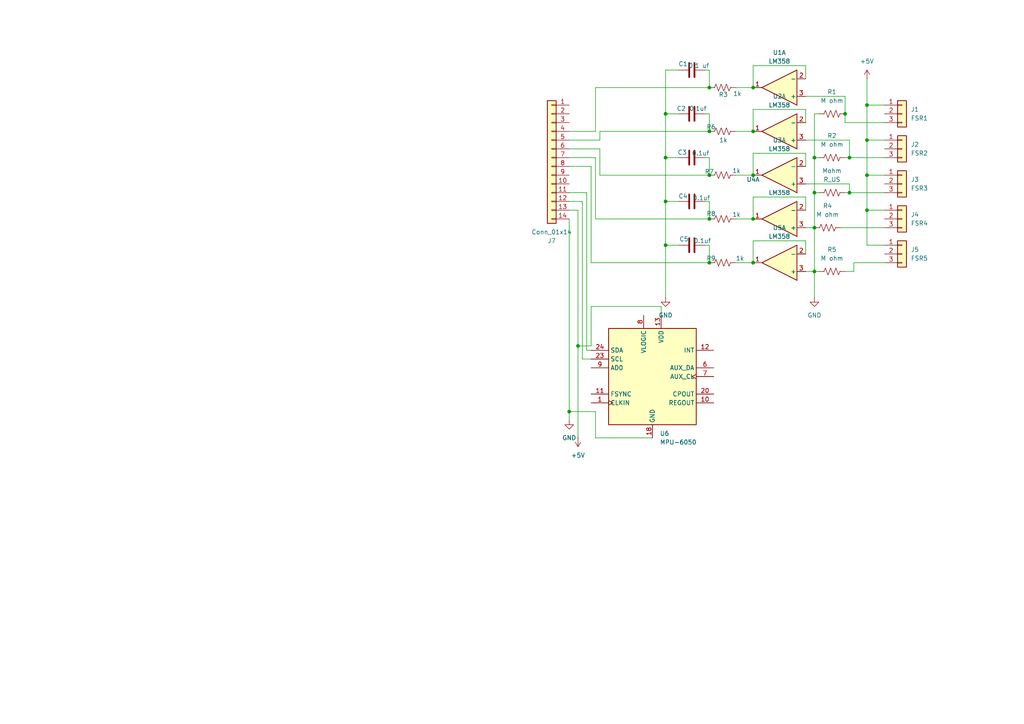
<source format=kicad_sch>
(kicad_sch (version 20250114) (generator "eeschema") (generator_version "9.0")
  (paper "A4")
  (lib_symbols
    (symbol "Amplifier_Operational:LM358" (pin_names (offset 0.127))
      (property "Reference" "U" (at 0 5.08 0))
      (property "Value" "LM358" (at 0 -5.08 0))
      (symbol "LM358_1_1"
        (polyline (pts (xy -5.08 5.08) (xy 5.08 0) (xy -5.08 -5.08) (xy -5.08 5.08)) (stroke (width 0.254)) (fill (type background)))
        (pin input line (at -7.62 2.54 0) (length 2.54) (name "+") (number "3"))
        (pin input line (at -7.62 -2.54 0) (length 2.54) (name "-") (number "2"))
        (pin output line (at 7.62 0 180) (length 2.54) (name "~") (number "1"))
      )
      (symbol "LM358_2_1"
        (polyline (pts (xy -5.08 5.08) (xy 5.08 0) (xy -5.08 -5.08) (xy -5.08 5.08)) (stroke (width 0.254)) (fill (type background)))
        (pin input line (at -7.62 2.54 0) (length 2.54) (name "+") (number "5"))
        (pin input line (at -7.62 -2.54 0) (length 2.54) (name "-") (number "6"))
        (pin output line (at 7.62 0 180) (length 2.54) (name "~") (number "7"))
      )
      (symbol "LM358_3_1"
        (pin power_in line (at -2.54 7.62 270) (length 3.81) (name "V+") (number "8"))
        (pin power_in line (at -2.54 -7.62 90) (length 3.81) (name "V-") (number "4"))
      )
    )
    (symbol "Connector_Generic:Conn_01x03" (pin_names (offset 1.016) (hide yes))
      (property "Reference" "J" (at 0 5.08 0))
      (property "Value" "Conn_01x03" (at 0 -5.08 0))
      (symbol "Conn_01x03_1_1"
        (rectangle (start -1.27 3.81) (end 1.27 -3.81) (stroke (width 0.254)) (fill (type background)))
        (rectangle (start -1.27 2.667) (end 0 2.413) (stroke (width 0.1524)))
        (rectangle (start -1.27 0.127) (end 0 -0.127) (stroke (width 0.1524)))
        (rectangle (start -1.27 -2.413) (end 0 -2.667) (stroke (width 0.1524)))
        (pin passive line (at -5.08 2.54 0) (length 3.81) (name "Pin_1") (number "1"))
        (pin passive line (at -5.08 0 0) (length 3.81) (name "Pin_2") (number "2"))
        (pin passive line (at -5.08 -2.54 0) (length 3.81) (name "Pin_3") (number "3"))
      )
    )
    (symbol "Connector_Generic:Conn_01x14" (pin_names (offset 1.016) (hide yes))
      (property "Reference" "J" (at 0 17.78 0))
      (property "Value" "Conn_01x14" (at 0 -20.32 0))
      (symbol "Conn_01x14_1_1"
        (rectangle (start -1.27 16.51) (end 1.27 -19.05) (stroke (width 0.254)) (fill (type background)))
        (rectangle (start -1.27 15.367) (end 0 15.113) (stroke (width 0.1524)))
        (rectangle (start -1.27 12.827) (end 0 12.573) (stroke (width 0.1524)))
        (rectangle (start -1.27 10.287) (end 0 10.033) (stroke (width 0.1524)))
        (rectangle (start -1.27 7.747) (end 0 7.493) (stroke (width 0.1524)))
        (rectangle (start -1.27 5.207) (end 0 4.953) (stroke (width 0.1524)))
        (rectangle (start -1.27 2.667) (end 0 2.413) (stroke (width 0.1524)))
        (rectangle (start -1.27 0.127) (end 0 -0.127) (stroke (width 0.1524)))
        (rectangle (start -1.27 -2.413) (end 0 -2.667) (stroke (width 0.1524)))
        (rectangle (start -1.27 -4.953) (end 0 -5.207) (stroke (width 0.1524)))
        (rectangle (start -1.27 -7.493) (end 0 -7.747) (stroke (width 0.1524)))
        (rectangle (start -1.27 -10.033) (end 0 -10.287) (stroke (width 0.1524)))
        (rectangle (start -1.27 -12.573) (end 0 -12.827) (stroke (width 0.1524)))
        (rectangle (start -1.27 -15.113) (end 0 -15.367) (stroke (width 0.1524)))
        (rectangle (start -1.27 -17.653) (end 0 -17.907) (stroke (width 0.1524)))
        (pin passive line (at -5.08 15.24 0) (length 3.81) (name "Pin_1") (number "1"))
        (pin passive line (at -5.08 12.7 0) (length 3.81) (name "Pin_2") (number "2"))
        (pin passive line (at -5.08 10.16 0) (length 3.81) (name "Pin_3") (number "3"))
        (pin passive line (at -5.08 7.62 0) (length 3.81) (name "Pin_4") (number "4"))
        (pin passive line (at -5.08 5.08 0) (length 3.81) (name "Pin_5") (number "5"))
        (pin passive line (at -5.08 2.54 0) (length 3.81) (name "Pin_6") (number "6"))
        (pin passive line (at -5.08 0 0) (length 3.81) (name "Pin_7") (number "7"))
        (pin passive line (at -5.08 -2.54 0) (length 3.81) (name "Pin_8") (number "8"))
        (pin passive line (at -5.08 -5.08 0) (length 3.81) (name "Pin_9") (number "9"))
        (pin passive line (at -5.08 -7.62 0) (length 3.81) (name "Pin_10") (number "10"))
        (pin passive line (at -5.08 -10.16 0) (length 3.81) (name "Pin_11") (number "11"))
        (pin passive line (at -5.08 -12.7 0) (length 3.81) (name "Pin_12") (number "12"))
        (pin passive line (at -5.08 -15.24 0) (length 3.81) (name "Pin_13") (number "13"))
        (pin passive line (at -5.08 -17.78 0) (length 3.81) (name "Pin_14") (number "14"))
      )
    )
    (symbol "Device:C" (pin_numbers (hide yes)) (pin_names (offset 0.254))
      (property "Reference" "C" (at 0.635 2.54 0))
      (property "Value" "C" (at 0.635 -2.54 0))
      (symbol "C_0_1"
        (polyline (pts (xy -2.032 0.762) (xy 2.032 0.762)) (stroke (width 0.508)))
        (polyline (pts (xy -2.032 -0.762) (xy 2.032 -0.762)) (stroke (width 0.508)))
      )
      (symbol "C_1_1"
        (pin passive line (at 0 3.81 270) (length 2.794) (name "~") (number "1"))
        (pin passive line (at 0 -3.81 90) (length 2.794) (name "~") (number "2"))
      )
    )
    (symbol "Device:R_US" (pin_numbers (hide yes)) (pin_names (offset 0))
      (property "Reference" "R" (at 2.54 0 90))
      (property "Value" "R_US" (at -2.54 0 90))
      (symbol "R_US_0_1"
        (polyline (pts (xy 0 2.286) (xy 0 2.54)))
        (polyline (pts (xy 0 2.286) (xy 1.016 1.905) (xy 0 1.524) (xy -1.016 1.143) (xy 0 0.762)))
        (polyline (pts (xy 0 0.762) (xy 1.016 0.381) (xy 0 0) (xy -1.016 -0.381) (xy 0 -0.762)))
        (polyline (pts (xy 0 -0.762) (xy 1.016 -1.143) (xy 0 -1.524) (xy -1.016 -1.905) (xy 0 -2.286)))
        (polyline (pts (xy 0 -2.286) (xy 0 -2.54)))
      )
      (symbol "R_US_1_1"
        (pin passive line (at 0 3.81 270) (length 1.27) (name "~") (number "1"))
        (pin passive line (at 0 -3.81 90) (length 1.27) (name "~") (number "2"))
      )
    )
    (symbol "Sensor_Motion:MPU-6050"
      (property "Reference" "U" (at -11.43 13.97 0))
      (property "Value" "MPU-6050" (at 7.62 -15.24 0))
      (symbol "MPU-6050_0_1"
        (rectangle (start -12.7 13.97) (end 12.7 -13.97) (stroke (width 0.254)) (fill (type background)))
      )
      (symbol "MPU-6050_1_1"
        (pin bidirectional line (at -17.78 7.62 0) (length 5.08) (name "SDA") (number "24"))
        (pin input line (at -17.78 5.08 0) (length 5.08) (name "SCL") (number "23"))
        (pin input line (at -17.78 2.54 0) (length 5.08) (name "AD0") (number "9"))
        (pin input line (at -17.78 -5.08 0) (length 5.08) (name "FSYNC") (number "11"))
        (pin input clock (at -17.78 -7.62 0) (length 5.08) (name "CLKIN") (number "1"))
        (pin no_connect line (at -12.7 12.7 0) (length 2.54) (hide yes) (name "NC") (number "2"))
        (pin no_connect line (at -12.7 10.16 0) (length 2.54) (hide yes) (name "NC") (number "3"))
        (pin no_connect line (at -12.7 0 0) (length 2.54) (hide yes) (name "NC") (number "4"))
        (pin no_connect line (at -12.7 -2.54 0) (length 2.54) (hide yes) (name "NC") (number "5"))
        (pin no_connect line (at -12.7 -10.16 0) (length 2.54) (hide yes) (name "NC") (number "14"))
        (pin power_in line (at -2.54 17.78 270) (length 3.81) (name "VLOGIC") (number "8"))
        (pin power_in line (at 0 -17.78 90) (length 3.81) (name "GND") (number "18"))
        (pin power_in line (at 2.54 17.78 270) (length 3.81) (name "VDD") (number "13"))
        (pin no_connect line (at 12.7 12.7 180) (length 2.54) (hide yes) (name "NC") (number "15"))
        (pin no_connect line (at 12.7 10.16 180) (length 2.54) (hide yes) (name "NC") (number "16"))
        (pin no_connect line (at 12.7 5.08 180) (length 2.54) (hide yes) (name "NC") (number "17"))
        (pin no_connect line (at 12.7 -2.54 180) (length 2.54) (hide yes) (name "RESV") (number "21"))
        (pin no_connect line (at 12.7 -10.16 180) (length 2.54) (hide yes) (name "RESV") (number "19"))
        (pin no_connect line (at 12.7 -12.7 180) (length 2.54) (hide yes) (name "RESV") (number "22"))
        (pin output line (at 17.78 7.62 180) (length 5.08) (name "INT") (number "12"))
        (pin bidirectional line (at 17.78 2.54 180) (length 5.08) (name "AUX_DA") (number "6"))
        (pin output clock (at 17.78 0 180) (length 5.08) (name "AUX_CL") (number "7"))
        (pin passive line (at 17.78 -5.08 180) (length 5.08) (name "CPOUT") (number "20"))
        (pin passive line (at 17.78 -7.62 180) (length 5.08) (name "REGOUT") (number "10"))
      )
    )
    (symbol "power:+5V" (power) (pin_numbers (hide yes)) (pin_names (offset 0) (hide yes))
      (property "Value" "+5V" (at 0 3.556 0))
      (symbol "+5V_0_1"
        (polyline (pts (xy -0.762 1.27) (xy 0 2.54)))
        (polyline (pts (xy 0 2.54) (xy 0.762 1.27)))
        (polyline (pts (xy 0 0) (xy 0 2.54)))
      )
      (symbol "+5V_1_1"
        (pin power_in line (at 0 0 90) (length 0) (name "~") (number "1"))
      )
    )
    (symbol "power:GND" (power) (pin_numbers (hide yes)) (pin_names (offset 0) (hide yes))
      (property "Value" "GND" (at 0 -3.81 0))
      (symbol "GND_0_1"
        (polyline (pts (xy 0 0) (xy 0 -1.27) (xy 1.27 -1.27) (xy 0 -2.54) (xy -1.27 -1.27) (xy 0 -1.27)))
      )
      (symbol "GND_1_1"
        (pin power_in line (at 0 0 270) (length 0) (name "~") (number "1"))
      )
    )
  )
  (junction (at 193.04 33.02))
  (junction (at 218.44 50.8))
  (junction (at 218.44 38.1))
  (junction (at 236.22 78.74))
  (junction (at 251.46 50.8))
  (junction (at 193.04 45.72))
  (junction (at 193.04 71.12))
  (junction (at 245.11 33.02))
  (junction (at 167.64 100.33))
  (junction (at 165.1 119.38))
  (junction (at 218.44 76.2))
  (junction (at 236.22 45.72))
  (junction (at 251.46 40.64))
  (junction (at 236.22 66.04))
  (junction (at 218.44 25.4))
  (junction (at 246.38 55.88))
  (junction (at 205.74 38.1))
  (junction (at 205.74 63.5))
  (junction (at 205.74 76.2))
  (junction (at 205.74 50.8))
  (junction (at 246.38 45.72))
  (junction (at 193.04 58.42))
  (junction (at 218.44 63.5))
  (junction (at 236.22 55.88))
  (junction (at 205.74 25.4))
  (junction (at 251.46 30.48))
  (junction (at 251.46 60.96))
  (wire (pts (xy 233.68 35.56) (xy 233.68 31.75)))
  (wire (pts (xy 236.22 78.74) (xy 236.22 86.36)))
  (wire (pts (xy 245.11 33.02) (xy 245.11 27.94)))
  (wire (pts (xy 251.46 30.48) (xy 251.46 22.86)))
  (wire (pts (xy 218.44 57.15) (xy 233.68 57.15)))
  (wire (pts (xy 218.44 19.05) (xy 218.44 25.4)))
  (wire (pts (xy 218.44 31.75) (xy 218.44 38.1)))
  (wire (pts (xy 172.72 25.4) (xy 172.72 38.1)))
  (wire (pts (xy 246.38 45.72) (xy 246.38 40.64)))
  (wire (pts (xy 236.22 45.72) (xy 237.49 45.72)))
  (wire (pts (xy 172.72 45.72) (xy 165.1 45.72)))
  (wire (pts (xy 167.64 60.96) (xy 167.64 100.33)))
  (wire (pts (xy 173.99 43.18) (xy 165.1 43.18)))
  (wire (pts (xy 213.36 50.8) (xy 218.44 50.8)))
  (wire (pts (xy 167.64 100.33) (xy 167.64 127)))
  (wire (pts (xy 205.74 76.2) (xy 171.45 76.2)))
  (wire (pts (xy 173.99 38.1) (xy 173.99 40.64)))
  (wire (pts (xy 213.36 25.4) (xy 218.44 25.4)))
  (wire (pts (xy 205.74 76.2) (xy 205.74 71.12)))
  (wire (pts (xy 205.74 33.02) (xy 204.47 33.02)))
  (wire (pts (xy 205.74 50.8) (xy 173.99 50.8)))
  (wire (pts (xy 245.11 27.94) (xy 233.68 27.94)))
  (wire (pts (xy 233.68 22.86) (xy 233.68 19.05)))
  (wire (pts (xy 246.38 55.88) (xy 246.38 53.34)))
  (wire (pts (xy 165.1 38.1) (xy 172.72 38.1)))
  (wire (pts (xy 173.99 50.8) (xy 173.99 43.18)))
  (wire (pts (xy 171.45 48.26) (xy 165.1 48.26)))
  (wire (pts (xy 218.44 69.85) (xy 218.44 76.2)))
  (wire (pts (xy 213.36 63.5) (xy 218.44 63.5)))
  (wire (pts (xy 205.74 25.4) (xy 205.74 20.32)))
  (wire (pts (xy 256.54 55.88) (xy 246.38 55.88)))
  (wire (pts (xy 193.04 58.42) (xy 196.85 58.42)))
  (wire (pts (xy 171.45 100.33) (xy 167.64 100.33)))
  (wire (pts (xy 233.68 48.26) (xy 233.68 44.45)))
  (wire (pts (xy 189.23 127) (xy 172.72 127)))
  (wire (pts (xy 245.11 78.74) (xy 247.65 78.74)))
  (wire (pts (xy 168.91 58.42) (xy 165.1 58.42)))
  (wire (pts (xy 205.74 38.1) (xy 205.74 33.02)))
  (wire (pts (xy 171.45 104.14) (xy 168.91 104.14)))
  (wire (pts (xy 172.72 127) (xy 172.72 119.38)))
  (wire (pts (xy 172.72 63.5) (xy 172.72 45.72)))
  (wire (pts (xy 246.38 40.64) (xy 233.68 40.64)))
  (wire (pts (xy 193.04 71.12) (xy 193.04 58.42)))
  (wire (pts (xy 233.68 57.15) (xy 233.68 60.96)))
  (wire (pts (xy 245.11 33.02) (xy 245.11 35.56)))
  (wire (pts (xy 171.45 88.9) (xy 171.45 100.33)))
  (wire (pts (xy 246.38 55.88) (xy 245.11 55.88)))
  (wire (pts (xy 167.64 60.96) (xy 165.1 60.96)))
  (wire (pts (xy 218.44 57.15) (xy 218.44 63.5)))
  (wire (pts (xy 193.04 33.02) (xy 196.85 33.02)))
  (wire (pts (xy 193.04 33.02) (xy 193.04 20.32)))
  (wire (pts (xy 205.74 38.1) (xy 173.99 38.1)))
  (wire (pts (xy 247.65 78.74) (xy 247.65 76.2)))
  (wire (pts (xy 165.1 119.38) (xy 165.1 121.92)))
  (wire (pts (xy 236.22 55.88) (xy 237.49 55.88)))
  (wire (pts (xy 251.46 50.8) (xy 251.46 40.64)))
  (wire (pts (xy 233.68 53.34) (xy 246.38 53.34)))
  (wire (pts (xy 213.36 76.2) (xy 218.44 76.2)))
  (wire (pts (xy 236.22 45.72) (xy 236.22 55.88)))
  (wire (pts (xy 205.74 50.8) (xy 205.74 45.72)))
  (wire (pts (xy 237.49 33.02) (xy 236.22 33.02)))
  (wire (pts (xy 256.54 50.8) (xy 251.46 50.8)))
  (wire (pts (xy 233.68 66.04) (xy 236.22 66.04)))
  (wire (pts (xy 233.68 73.66) (xy 233.68 69.85)))
  (wire (pts (xy 168.91 104.14) (xy 168.91 58.42)))
  (wire (pts (xy 171.45 101.6) (xy 170.18 101.6)))
  (wire (pts (xy 233.68 31.75) (xy 218.44 31.75)))
  (wire (pts (xy 256.54 40.64) (xy 251.46 40.64)))
  (wire (pts (xy 193.04 20.32) (xy 196.85 20.32)))
  (wire (pts (xy 233.68 19.05) (xy 218.44 19.05)))
  (wire (pts (xy 256.54 45.72) (xy 246.38 45.72)))
  (wire (pts (xy 251.46 71.12) (xy 251.46 60.96)))
  (wire (pts (xy 193.04 86.36) (xy 193.04 71.12)))
  (wire (pts (xy 171.45 76.2) (xy 171.45 48.26)))
  (wire (pts (xy 193.04 45.72) (xy 193.04 33.02)))
  (wire (pts (xy 236.22 78.74) (xy 237.49 78.74)))
  (wire (pts (xy 251.46 50.8) (xy 251.46 60.96)))
  (wire (pts (xy 165.1 63.5) (xy 165.1 119.38)))
  (wire (pts (xy 205.74 63.5) (xy 205.74 58.42)))
  (wire (pts (xy 205.74 58.42) (xy 204.47 58.42)))
  (wire (pts (xy 233.68 78.74) (xy 236.22 78.74)))
  (wire (pts (xy 191.77 91.44) (xy 191.77 88.9)))
  (wire (pts (xy 193.04 45.72) (xy 196.85 45.72)))
  (wire (pts (xy 246.38 45.72) (xy 245.11 45.72)))
  (wire (pts (xy 233.68 44.45) (xy 218.44 44.45)))
  (wire (pts (xy 205.74 25.4) (xy 172.72 25.4)))
  (wire (pts (xy 251.46 40.64) (xy 251.46 30.48)))
  (wire (pts (xy 236.22 66.04) (xy 236.22 78.74)))
  (wire (pts (xy 256.54 71.12) (xy 251.46 71.12)))
  (wire (pts (xy 256.54 35.56) (xy 245.11 35.56)))
  (wire (pts (xy 172.72 63.5) (xy 205.74 63.5)))
  (wire (pts (xy 236.22 55.88) (xy 236.22 66.04)))
  (wire (pts (xy 205.74 45.72) (xy 204.47 45.72)))
  (wire (pts (xy 193.04 71.12) (xy 196.85 71.12)))
  (wire (pts (xy 172.72 119.38) (xy 165.1 119.38)))
  (wire (pts (xy 243.84 66.04) (xy 256.54 66.04)))
  (wire (pts (xy 233.68 69.85) (xy 218.44 69.85)))
  (wire (pts (xy 170.18 55.88) (xy 165.1 55.88)))
  (wire (pts (xy 218.44 44.45) (xy 218.44 50.8)))
  (wire (pts (xy 256.54 30.48) (xy 251.46 30.48)))
  (wire (pts (xy 236.22 33.02) (xy 236.22 45.72)))
  (wire (pts (xy 170.18 101.6) (xy 170.18 55.88)))
  (wire (pts (xy 213.36 38.1) (xy 218.44 38.1)))
  (wire (pts (xy 247.65 76.2) (xy 256.54 76.2)))
  (wire (pts (xy 191.77 88.9) (xy 171.45 88.9)))
  (wire (pts (xy 205.74 20.32) (xy 204.47 20.32)))
  (wire (pts (xy 256.54 60.96) (xy 251.46 60.96)))
  (wire (pts (xy 173.99 40.64) (xy 165.1 40.64)))
  (wire (pts (xy 205.74 71.12) (xy 204.47 71.12)))
  (wire (pts (xy 193.04 58.42) (xy 193.04 45.72)))
  (symbol (lib_id "Amplifier_Operational:LM358") (at 226.06 25.4 180) (unit 1)
    (property "Reference" "U1" (at 226.06 15.24 0))
    (property "Value" "LM358" (at 226.06 17.78 0))
    (property "Datasheet" "http://www.ti.com/lit/ds/symlink/lm2904-n.pdf" (effects (hide yes)))
    (property "Description" "Low-Power, Dual Operational Amplifiers, DIP-8/SOIC-8/TO-99-8" (effects (hide yes)))
  )
  (symbol (lib_id "Device:C") (at 200.66 58.42 90) (unit 1)
    (property "Reference" "C4" (at 198.12 56.896 90))
    (property "Value" "0.1uf" (at 203.454 57.404 90))
    (property "Description" "Unpolarized capacitor" (effects (hide yes)))
  )
  (symbol (lib_id "Device:C") (at 200.66 45.72 90) (unit 1)
    (property "Reference" "C3" (at 197.866 44.196 90))
    (property "Value" "0.1uf" (at 203.2 44.45 90))
    (property "Description" "Unpolarized capacitor" (effects (hide yes)))
  )
  (symbol (lib_id "power:GND") (at 236.22 86.36 0) (unit 1)
    (property "Reference" "#PWR03" (effects (hide yes)))
    (property "Value" "GND" (at 236.22 91.44 0))
    (property "Description" "Power symbol creates a global label with name \"GND\" , ground" (effects (hide yes)))
  )
  (symbol (lib_id "Amplifier_Operational:LM358") (at 226.06 76.2 180) (unit 1)
    (property "Reference" "U5" (at 226.06 66.04 0))
    (property "Value" "LM358" (at 226.06 68.58 0))
    (property "Datasheet" "http://www.ti.com/lit/ds/symlink/lm2904-n.pdf" (effects (hide yes)))
    (property "Description" "Low-Power, Dual Operational Amplifiers, DIP-8/SOIC-8/TO-99-8" (effects (hide yes)))
  )
  (symbol (lib_id "Connector_Generic:Conn_01x03") (at 261.62 63.5 0) (unit 1)
    (property "Reference" "J4" (at 264.16 62.2299 0) (effects (justify left)))
    (property "Value" "FSR4" (at 264.16 64.7699 0) (effects (justify left)))
    (property "Description" "Generic connector, single row, 01x03, script generated (kicad-library-utils/schlib/autogen/connector/)" (effects (hide yes)))
  )
  (symbol (lib_id "Device:R_US") (at 209.55 50.8 90) (unit 1)
    (property "Reference" "R7" (at 205.74 49.784 90))
    (property "Value" "1k" (at 213.614 49.53 90))
    (property "Description" "Resistor, US symbol" (effects (hide yes)))
  )
  (symbol (lib_id "Amplifier_Operational:LM358") (at 226.06 63.5 180) (unit 1)
    (property "Reference" "U4" (at 218.44 52.07 0))
    (property "Value" "LM358" (at 226.06 55.88 0))
    (property "Datasheet" "http://www.ti.com/lit/ds/symlink/lm2904-n.pdf" (effects (hide yes)))
    (property "Description" "Low-Power, Dual Operational Amplifiers, DIP-8/SOIC-8/TO-99-8" (effects (hide yes)))
  )
  (symbol (lib_id "Sensor_Motion:MPU-6050") (at 189.23 109.22 0) (unit 1)
    (property "Reference" "U6" (at 191.3733 125.73 0) (effects (justify left)))
    (property "Value" "MPU-6050" (at 191.3733 128.27 0) (effects (justify left)))
    (property "Footprint" "Sensor_Motion:InvenSense_QFN-24_4x4mm_P0.5mm" (effects (hide yes)))
    (property "Datasheet" "https://invensense.tdk.com/wp-content/uploads/2015/02/MPU-6000-Datasheet1.pdf" (effects (hide yes)))
    (property "Description" "InvenSense 6-Axis Motion Sensor, Gyroscope, Accelerometer, I2C" (effects (hide yes)))
  )
  (symbol (lib_id "Amplifier_Operational:LM358") (at 226.06 50.8 180) (unit 1)
    (property "Reference" "U3" (at 226.06 40.64 0))
    (property "Value" "LM358" (at 226.06 43.18 0))
    (property "Datasheet" "http://www.ti.com/lit/ds/symlink/lm2904-n.pdf" (effects (hide yes)))
    (property "Description" "Low-Power, Dual Operational Amplifiers, DIP-8/SOIC-8/TO-99-8" (effects (hide yes)))
  )
  (symbol (lib_id "Connector_Generic:Conn_01x03") (at 261.62 73.66 0) (unit 1)
    (property "Reference" "J5" (at 264.16 72.3899 0) (effects (justify left)))
    (property "Value" "FSR5" (at 264.16 74.9299 0) (effects (justify left)))
    (property "Description" "Generic connector, single row, 01x03, script generated (kicad-library-utils/schlib/autogen/connector/)" (effects (hide yes)))
  )
  (symbol (lib_id "Device:R_US") (at 209.55 38.1 90) (unit 1)
    (property "Reference" "R6" (at 206.248 36.83 90))
    (property "Value" "1k" (at 209.804 40.64 90))
    (property "Description" "Resistor, US symbol" (effects (hide yes)))
  )
  (symbol (lib_id "Device:R_US") (at 209.55 76.2 90) (unit 1)
    (property "Reference" "R9" (at 206.248 74.93 90))
    (property "Value" "1k" (at 214.63 74.93 90))
    (property "Description" "Resistor, US symbol" (effects (hide yes)))
  )
  (symbol (lib_id "Device:R_US") (at 241.3 55.88 90) (unit 1)
    (property "Reference" "Mohm" (at 241.3 49.53 90))
    (property "Value" "R_US" (at 241.3 52.07 90))
    (property "Description" "Resistor, US symbol" (effects (hide yes)))
  )
  (symbol (lib_id "Device:R_US") (at 209.55 63.5 90) (unit 1)
    (property "Reference" "R8" (at 206.248 61.976 90))
    (property "Value" "1k" (at 213.614 62.23 90))
    (property "Description" "Resistor, US symbol" (effects (hide yes)))
  )
  (symbol (lib_id "Device:C") (at 200.66 20.32 90) (unit 1)
    (property "Reference" "C1" (at 198.12 18.542 90))
    (property "Value" "0.1 uf" (at 202.692 19.05 90))
    (property "Description" "Unpolarized capacitor" (effects (hide yes)))
  )
  (symbol (lib_id "Connector_Generic:Conn_01x03") (at 261.62 43.18 0) (unit 1)
    (property "Reference" "J2" (at 264.16 41.9099 0) (effects (justify left)))
    (property "Value" "FSR2" (at 264.16 44.4499 0) (effects (justify left)))
    (property "Description" "Generic connector, single row, 01x03, script generated (kicad-library-utils/schlib/autogen/connector/)" (effects (hide yes)))
  )
  (symbol (lib_id "Device:R_US") (at 241.3 78.74 90) (unit 1)
    (property "Reference" "R5" (at 241.3 72.39 90))
    (property "Value" "M ohm" (at 241.3 74.93 90))
    (property "Description" "Resistor, US symbol" (effects (hide yes)))
  )
  (symbol (lib_id "Device:C") (at 200.66 71.12 270) (unit 1)
    (property "Reference" "C5" (at 198.374 69.342 90))
    (property "Value" "0.1uf" (at 203.708 69.85 90))
    (property "Description" "Unpolarized capacitor" (effects (hide yes)))
  )
  (symbol (lib_id "power:+5V") (at 167.64 127 180) (unit 1)
    (property "Reference" "#PWR04" (effects (hide yes)))
    (property "Value" "+5V" (at 167.64 132.08 0))
    (property "Description" "Power symbol creates a global label with name \"+5V\"" (effects (hide yes)))
  )
  (symbol (lib_id "Device:R_US") (at 209.55 25.4 90) (unit 1)
    (property "Reference" "R3" (at 209.804 27.432 90))
    (property "Value" "1k" (at 213.868 27.178 90))
    (property "Description" "Resistor, US symbol" (effects (hide yes)))
  )
  (symbol (lib_id "Device:C") (at 200.66 33.02 90) (unit 1)
    (property "Reference" "C2" (at 197.612 31.496 90))
    (property "Value" "0.1uf" (at 202.438 31.496 90))
    (property "Description" "Unpolarized capacitor" (effects (hide yes)))
  )
  (symbol (lib_id "Device:R_US") (at 241.3 33.02 270) (unit 1)
    (property "Reference" "R1" (at 241.3 26.67 90))
    (property "Value" "M ohm" (at 241.3 29.21 90))
    (property "Description" "Resistor, US symbol" (effects (hide yes)))
  )
  (symbol (lib_id "Device:R_US") (at 241.3 45.72 90) (unit 1)
    (property "Reference" "R2" (at 241.3 39.37 90))
    (property "Value" "M ohm" (at 241.3 41.91 90))
    (property "Description" "Resistor, US symbol" (effects (hide yes)))
  )
  (symbol (lib_id "Connector_Generic:Conn_01x03") (at 261.62 53.34 0) (unit 1)
    (property "Reference" "J3" (at 264.16 52.0699 0) (effects (justify left)))
    (property "Value" "FSR3" (at 264.16 54.6099 0) (effects (justify left)))
    (property "Description" "Generic connector, single row, 01x03, script generated (kicad-library-utils/schlib/autogen/connector/)" (effects (hide yes)))
  )
  (symbol (lib_id "Connector_Generic:Conn_01x03") (at 261.62 33.02 0) (unit 1)
    (property "Reference" "J1" (at 264.16 31.7499 0) (effects (justify left)))
    (property "Value" "FSR1" (at 264.16 34.2899 0) (effects (justify left)))
    (property "Description" "Generic connector, single row, 01x03, script generated (kicad-library-utils/schlib/autogen/connector/)" (effects (hide yes)))
  )
  (symbol (lib_id "power:+5V") (at 251.46 22.86 0) (unit 1)
    (property "Reference" "#PWR01" (effects (hide yes)))
    (property "Value" "+5V" (at 251.46 17.78 0))
    (property "Description" "Power symbol creates a global label with name \"+5V\"" (effects (hide yes)))
  )
  (symbol (lib_id "Connector_Generic:Conn_01x14") (at 160.02 45.72 0) (mirror y) (unit 1)
    (property "Reference" "J7" (at 160.02 69.85 0))
    (property "Value" "Conn_01x14" (at 160.02 67.31 0))
    (property "Description" "Generic connector, single row, 01x14, script generated (kicad-library-utils/schlib/autogen/connector/)" (effects (hide yes)))
  )
  (symbol (lib_id "power:GND") (at 193.04 86.36 0) (unit 1)
    (property "Reference" "#PWR02" (effects (hide yes)))
    (property "Value" "GND" (at 193.04 91.44 0))
    (property "Description" "Power symbol creates a global label with name \"GND\" , ground" (effects (hide yes)))
  )
  (symbol (lib_id "power:GND") (at 165.1 121.92 0) (unit 1)
    (property "Reference" "#PWR05" (effects (hide yes)))
    (property "Value" "GND" (at 165.1 127 0))
    (property "Description" "Power symbol creates a global label with name \"GND\" , ground" (effects (hide yes)))
  )
  (symbol (lib_id "Amplifier_Operational:LM358") (at 226.06 38.1 180) (unit 1)
    (property "Reference" "U2" (at 226.06 27.94 0))
    (property "Value" "LM358" (at 226.06 30.48 0))
    (property "Datasheet" "http://www.ti.com/lit/ds/symlink/lm2904-n.pdf" (effects (hide yes)))
    (property "Description" "Low-Power, Dual Operational Amplifiers, DIP-8/SOIC-8/TO-99-8" (effects (hide yes)))
  )
  (symbol (lib_id "Device:R_US") (at 240.03 66.04 90) (unit 1)
    (property "Reference" "R4" (at 240.03 59.69 90))
    (property "Value" "M ohm" (at 240.03 62.23 90))
    (property "Description" "Resistor, US symbol" (effects (hide yes)))
  )
)
</source>
